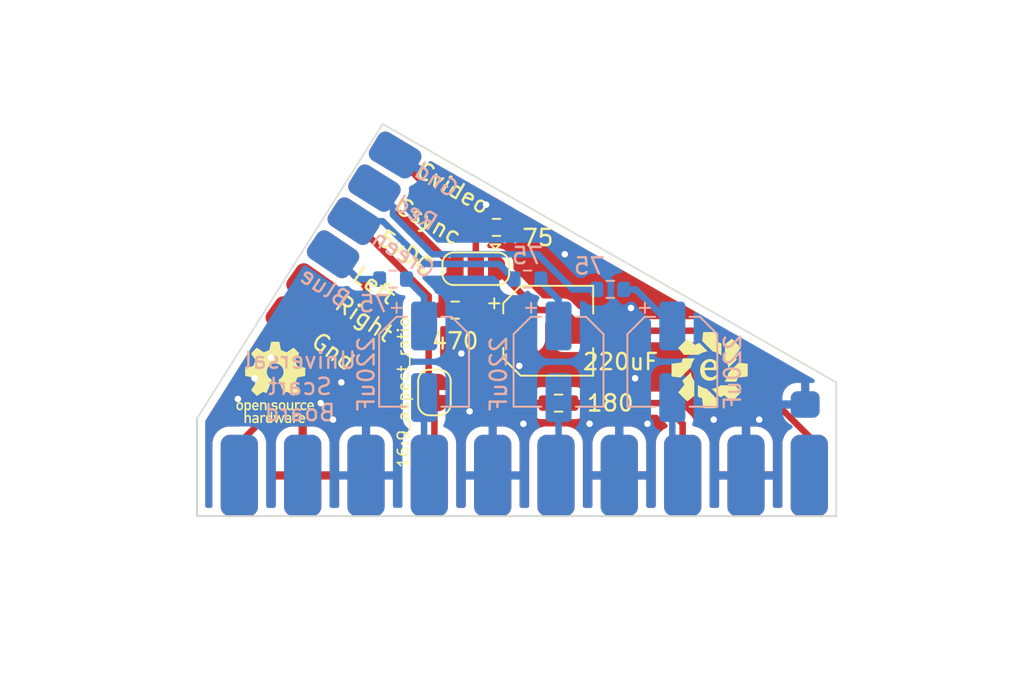
<source format=kicad_pcb>
(kicad_pcb (version 20211014) (generator pcbnew)
  (layers (0 "F.Cu" signal) (31 "B.Cu" signal) (34 "B.Paste" user) (35 "F.Paste" user) (36 "B.SilkS" user "B.Silkscreen") (37 "F.SilkS" user "F.Silkscreen") (38 "B.Mask" user) (39 "F.Mask" user) (44 "Edge.Cuts" user))
  (net 0 "")
  (net 1 "Net-(C1-Pad1)")
  (net 2 "Net-(C1-Pad2)")
  (net 3 "Net-(C2-Pad1)")
  (net 4 "Net-(C2-Pad2)")
  (net 5 "Net-(C3-Pad1)")
  (net 6 "Net-(C3-Pad2)")
  (net 7 "Net-(C4-Pad1)")
  (net 9 "Net-(J1-Pad2)")
  (net 11 "GND")
  (net 12 "Net-(J1-Pad6)")
  (net 16 "Blue")
  (net 17 "Green")
  (net 18 "Red")
  (net 19 "Net-(J1-Pad8)")
  (net 20 "Net-(J1-Pad16)")
  (net 21 "Net-(J2-Pad1)")
  (net 22 "Net-(C4-Pad2)")
  (net 23 "Net-(J4-Pad2)")
  (net 24 "Net-(J4-Pad3)")
  (footprint "Evan's misc parts:raw pad to splder to" (layer "F.Cu") (at 38.862 28.448 55)
    (fp_text reference "J12" hide)
    (fp_text value "Right" (at 0.260621 3.693471 326 unlocked) (layer "F.SilkS"))
    (pad "1" smd roundrect (at 0 0 55) (size 2 3) (layers "F.Cu" "F.Paste" "F.Mask") (net 9 "Net-(J1-Pad2)"))
  )
  (footprint "Evan's misc parts:edge mount SCART non-interleaved" (layer "F.Cu") (at 31.779 42.505)
    (fp_text reference "J1" hide)
    (fp_text value "SCART-F")
    (fp_line (start 0 0) (end 39.25 0) (layer "Edge.Cuts") (width 0.12))
    (fp_line (start 0 0) (end 0 -6) (layer "Edge.Cuts") (width 0.12))
    (fp_line (start 39.25 0) (end 39.25 -6) (layer "Edge.Cuts") (width 0.12))
    (pad "1" smd roundrect (at 2.6 -2.5) (size 2.286 5) (layers "B.Cu" "B.Paste" "B.Mask"))
    (pad "2" smd roundrect (at 2.6 -2.5) (size 2.286 5) (layers "F.Cu" "F.Paste" "F.Mask") (net 9 "Net-(J1-Pad2)"))
    (pad "3" smd roundrect (at 6.488 -2.5) (size 2.286 5) (layers "B.Cu" "B.Paste" "B.Mask"))
    (pad "4" smd roundrect (at 6.488 -2.5) (size 2.286 5) (layers "F.Cu" "F.Paste" "F.Mask") (net 11 "GND"))
    (pad "5" smd roundrect (at 10.376 -2.5) (size 2.286 5) (layers "B.Cu" "B.Paste" "B.Mask") (net 11 "GND"))
    (pad "6" smd roundrect (at 10.376 -2.5) (size 2.286 5) (layers "F.Cu" "F.Paste" "F.Mask") (net 12 "Net-(J1-Pad6)"))
    (pad "7" smd roundrect (at 14.264 -2.5) (size 2.286 5) (layers "B.Cu" "B.Paste" "B.Mask") (net 6 "Net-(C3-Pad2)"))
    (pad "8" smd roundrect (at 14.264 -2.5) (size 2.286 5) (layers "F.Cu" "F.Paste" "F.Mask") (net 19 "Net-(J1-Pad8)"))
    (pad "9" smd roundrect (at 18.152 -2.5) (size 2.286 5) (layers "B.Cu" "B.Paste" "B.Mask") (net 11 "GND"))
    (pad "10" smd roundrect (at 18.152 -2.5) (size 2.286 5) (layers "F.Cu" "F.Paste" "F.Mask"))
    (pad "11" smd roundrect (at 22.04 -2.5) (size 2.286 5) (layers "B.Cu" "B.Paste" "B.Mask") (net 4 "Net-(C2-Pad2)"))
    (pad "12" smd roundrect (at 22.04 -2.5) (size 2.286 5) (layers "F.Cu" "F.Paste" "F.Mask"))
    (pad "13" smd roundrect (at 25.928 -2.5) (size 2.286 5) (layers "B.Cu" "B.Paste" "B.Mask") (net 11 "GND"))
    (pad "14" smd roundrect (at 25.928 -2.5) (size 2.286 5) (layers "F.Cu" "F.Paste" "F.Mask") (net 11 "GND"))
    (pad "15" smd roundrect (at 29.816 -2.5) (size 2.286 5) (layers "B.Cu" "B.Paste" "B.Mask") (net 2 "Net-(C1-Pad2)"))
    (pad "16" smd roundrect (at 29.816 -2.5) (size 2.286 5) (layers "F.Cu" "F.Paste" "F.Mask") (net 20 "Net-(J1-Pad16)"))
    (pad "17" smd roundrect (at 33.704 -2.5) (size 2.286 5) (layers "B.Cu" "B.Paste" "B.Mask") (net 11 "GND"))
    (pad "18" smd roundrect (at 33.704 -2.5) (size 2.286 5) (layers "F.Cu" "F.Paste" "F.Mask") (net 11 "GND"))
    (pad "19" smd roundrect (at 37.592 -2.5) (size 2.286 5) (layers "B.Cu" "B.Paste" "B.Mask"))
    (pad "20" smd roundrect (at 37.592 -2.5) (size 2.286 5) (layers "F.Cu" "F.Paste" "F.Mask") (net 22 "Net-(C4-Pad2)"))
    (pad "21" smd roundrect (at 37.338 -6.858) (size 1.778 1.631) (layers "B.Cu" "B.Paste" "B.Mask") (net 11 "GND"))
  )
  (footprint "Resistor_SMD:R_0603_1608Metric" (layer "F.Cu") (at 50.165 24.765)
    (fp_text reference "R6" hide)
    (fp_text value "75" (at 2.54 0.635) (layer "F.SilkS"))
    (pad "1" smd roundrect locked (at -0.825 0) (size 0.8 0.95) (layers "F.Cu" "F.Paste" "F.Mask") (net 23 "Net-(J4-Pad2)"))
    (pad "2" smd roundrect locked (at 0.825 0) (size 0.8 0.95) (layers "F.Cu" "F.Paste" "F.Mask") (net 11 "GND"))
  )
  (footprint "Evan's misc parts:raw pad to splder to" (layer "F.Cu") (at 42.672 22.352 58)
    (fp_text reference "J8" hide)
    (fp_text value "Csync" (at 0.02656 3.877051 331 unlocked) (layer "F.SilkS"))
    (pad "1" smd roundrect (at 0 0 58) (size 2 3) (layers "F.Cu" "F.Paste" "F.Mask") (net 24 "Net-(J4-Pad3)"))
  )
  (footprint "Evan's misc parts:raw pad to splder to" (layer "F.Cu") (at 43.942 20.32 59)
    (fp_text reference "J7" hide)
    (fp_text value "Cvideo" (at 0.089711 4.094644 330 unlocked) (layer "F.SilkS"))
    (pad "1" smd roundrect (at 0 0 59) (size 2 3) (layers "F.Cu" "F.Paste" "F.Mask") (net 23 "Net-(J4-Pad2)"))
  )
  (footprint "Capacitor_SMD:CP_Elec_5x5.3" (layer "F.Cu") (at 53.34 31.115)
    (fp_text reference "C4" hide)
    (fp_text value "220uF" (at 4.445 1.905) (layer "F.SilkS"))
    (pad "1" smd roundrect locked (at -2.2 0) (size 3 1.6) (layers "F.Cu" "F.Paste" "F.Mask") (roundrect_rratio 0.15625) (net 7 "Net-(C4-Pad1)"))
    (pad "2" smd roundrect locked (at 2.2 0) (size 3 1.6) (layers "F.Cu" "F.Paste" "F.Mask") (roundrect_rratio 0.15625) (net 22 "Net-(C4-Pad2)"))
  )
  (footprint "Evan's misc parts:raw pad to splder to" (layer "F.Cu") (at 37.592 30.48 55)
    (fp_text reference "J13" hide)
    (fp_text value "Gnd" (at -0.1036 3.173309 -36 unlocked) (layer "F.SilkS"))
    (pad "1" smd roundrect (at 0 0 55) (size 2 3) (layers "F.Cu" "F.Paste" "F.Mask") (net 11 "GND"))
  )
  (footprint "Resistor_SMD:R_0603_1608Metric" (layer "F.Cu") (at 47.625 29.845 180)
    (fp_text reference "R5" hide)
    (fp_text value "470" (at 0 -1.905) (layer "F.SilkS"))
    (pad "1" smd roundrect locked (at -0.825 0 180) (size 0.8 0.95) (layers "F.Cu" "F.Paste" "F.Mask") (net 7 "Net-(C4-Pad1)"))
    (pad "2" smd roundrect locked (at 0.825 0 180) (size 0.8 0.95) (layers "F.Cu" "F.Paste" "F.Mask") (net 24 "Net-(J4-Pad3)"))
  )
  (footprint "Evan's misc parts:Evan Logo" (layer "F.Cu") (at 63.246 33.528)
    (fp_text reference "G***" hide)
    (fp_text value "LOGO" hide)
  )
  (footprint "Evan's misc parts:OSHW gear" (layer "F.Cu") (at 36.576 34.29)
    (fp_text reference "G***" hide)
    (fp_text value "LOGO" hide)
  )
  (footprint "Jumper:SolderJumper-3_P1.3mm_Open_RoundedPad1.0x1.5mm" (layer "F.Cu") (at 48.895 27.305 180)
    (fp_text reference "J4" hide)
    (fp_text value "composite pulldown")
    (pad "1" smd custom locked (at -1.3 0 180) (size 1 0.5) (layers "F.Cu" "F.Mask") (net 22 "Net-(C4-Pad2)") (options (clearance outline) (anchor rect)) (primitives (gr_circle (center 0 0.25) (end 0.5 0.25) (width 0) (fill yes)) (gr_circle (center 0 -0.25) (end 0.5 -0.25) (width 0) (fill yes)) (gr_poly (pts (xy 0.55 0.75) (xy 0 0.75) (xy 0 -0.75) (xy 0.55 -0.75)) (width 0) (fill yes))))
    (pad "2" smd rect locked (at 0 0 180) (size 1 1.5) (layers "F.Cu" "F.Mask") (net 23 "Net-(J4-Pad2)"))
    (pad "3" smd custom locked (at 1.3 0 180) (size 1 0.5) (layers "F.Cu" "F.Mask") (net 24 "Net-(J4-Pad3)") (options (clearance outline) (anchor rect)) (primitives (gr_circle (center 0 0.25) (end 0.5 0.25) (width 0) (fill yes)) (gr_circle (center 0 -0.25) (end 0.5 -0.25) (width 0) (fill yes)) (gr_poly (pts (xy 0 0.75) (xy -0.55 0.75) (xy -0.55 -0.75) (xy 0 -0.75)) (width 0) (fill yes))))
  )
  (footprint "Evan's misc parts:raw pad to splder to" (layer "F.Cu") (at 41.402 24.384 57)
    (fp_text reference "J5" hide)
    (fp_text value "5vDC" (at 0.131562 3.700316 327 unlocked) (layer "F.SilkS"))
    (pad "1" smd roundrect (at 0 0 57) (size 2 3) (layers "F.Cu" "F.Paste" "F.Mask") (net 21 "Net-(J2-Pad1)"))
  )
  (footprint "Resistor_SMD:R_0603_1608Metric" (layer "F.Cu") (at 53.975 35.56 180)
    (fp_text reference "R1" hide)
    (fp_text value "180" (at -3.175 0) (layer "F.SilkS"))
    (pad "1" smd roundrect locked (at -0.825 0 180) (size 0.8 0.95) (layers "F.Cu" "F.Paste" "F.Mask") (net 20 "Net-(J1-Pad16)"))
    (pad "2" smd roundrect locked (at 0.825 0 180) (size 0.8 0.95) (layers "F.Cu" "F.Paste" "F.Mask") (net 21 "Net-(J2-Pad1)"))
  )
  (footprint "Jumper:SolderJumper-2_P1.3mm_Bridged_RoundedPad1.0x1.5mm" (layer "F.Cu") (at 46.355 34.91 -90)
    (fp_text reference "J2" hide)
    (fp_text value "16:9_aspect_ratio" (at 0 1.9 90) (layer "F.SilkS") (effects (font (size 0.7 0.7) (thickness 0.1))))
    (fp_poly (pts (xy 0.25 -0.3) (xy -0.25 -0.3) (xy -0.25 0.3) (xy 0.25 0.3)) (layer "F.Cu") (width 0) (fill solid))
    (pad "1" smd custom locked (at -0.65 0 270) (size 1 0.5) (layers "F.Cu" "F.Mask") (net 21 "Net-(J2-Pad1)") (options (clearance outline) (anchor rect)) (primitives (gr_circle (center 0 0.25) (end 0.5 0.25) (width 0) (fill yes)) (gr_circle (center 0 -0.25) (end 0.5 -0.25) (width 0) (fill yes)) (gr_poly (pts (xy 0.5 0.75) (xy 0 0.75) (xy 0 -0.75) (xy 0.5 -0.75)) (width 0) (fill yes))))
    (pad "2" smd custom locked (at 0.65 0 270) (size 1 0.5) (layers "F.Cu" "F.Mask") (net 19 "Net-(J1-Pad8)") (options (clearance outline) (anchor rect)) (primitives (gr_circle (center 0 0.25) (end 0.5 0.25) (width 0) (fill yes)) (gr_circle (center 0 -0.25) (end 0.5 -0.25) (width 0) (fill yes)) (gr_poly (pts (xy 0 0.75) (xy -0.5 0.75) (xy -0.5 -0.75) (xy 0 -0.75)) (width 0) (fill yes))))
  )
  (footprint "Evan's misc parts:raw pad to splder to" (layer "F.Cu") (at 40.132 26.416 -124)
    (fp_text reference "J11" hide)
    (fp_text value "Left" (at 0.158967 -3.171018 -35 unlocked) (layer "F.SilkS"))
    (pad "1" smd roundrect (at 0 0 236) (size 2 3) (layers "F.Cu" "F.Paste" "F.Mask") (net 12 "Net-(J1-Pad6)"))
  )
  (footprint "Capacitor_SMD:CP_Elec_5x5.3" (layer "B.Cu") (at 60.96 33.02 -90)
    (fp_text reference "C1" hide)
    (fp_text value "220uF" (at 0.635 -3.7 90) (layer "B.SilkS") (effects (justify mirror)))
    (pad "1" smd roundrect locked (at -2.2 0 270) (size 3 1.6) (layers "B.Cu" "B.Paste" "B.Mask") (roundrect_rratio 0.15625) (net 1 "Net-(C1-Pad1)"))
    (pad "2" smd roundrect locked (at 2.2 0 270) (size 3 1.6) (layers "B.Cu" "B.Paste" "B.Mask") (roundrect_rratio 0.15625) (net 2 "Net-(C1-Pad2)"))
  )
  (footprint "Evan's misc parts:raw pad to splder to" (layer "B.Cu") (at 40.132 26.416 -124)
    (fp_text reference "J3" hide)
    (fp_text value "Blue" (at 1.968674 -0.715129 -33 unlocked) (layer "B.SilkS") (effects (justify mirror)))
    (pad "1" smd roundrect (at 0 0 236) (size 2 3) (layers "B.Cu" "B.Paste" "B.Mask") (net 16 "Blue"))
  )
  (footprint "Resistor_SMD:R_0603_1608Metric" (layer "B.Cu") (at 52.07 27.94)
    (fp_text reference "R3" hide)
    (fp_text value "75" (at 0 -1.43) (layer "B.SilkS") (effects (justify mirror)))
    (pad "1" smd roundrect locked (at -0.825 0) (size 0.8 0.95) (layers "B.Cu" "B.Paste" "B.Mask") (net 17 "Green"))
    (pad "2" smd roundrect locked (at 0.825 0) (size 0.8 0.95) (layers "B.Cu" "B.Paste" "B.Mask") (net 3 "Net-(C2-Pad1)"))
  )
  (footprint "Evan's misc parts:raw pad to splder to" (layer "B.Cu") (at 41.402 24.384 -123)
    (fp_text reference "J6" hide)
    (fp_text value "Green" (at 0.044119 -3.662974 -33 unlocked) (layer "B.SilkS") (effects (justify mirror)))
    (pad "1" smd roundrect (at 0 0 237) (size 2 3) (layers "B.Cu" "B.Paste" "B.Mask") (net 17 "Green"))
  )
  (footprint "Evan's misc parts:raw pad to splder to" (layer "B.Cu") (at 42.672 22.352 -122)
    (fp_text reference "J10" hide)
    (fp_text value "Red" (at -0.05357 -2.961639 -32 unlocked) (layer "B.SilkS") (effects (justify mirror)))
    (pad "1" smd roundrect (at 0 0 238) (size 2 3) (layers "B.Cu" "B.Paste" "B.Mask") (net 18 "Red"))
  )
  (footprint "Capacitor_SMD:CP_Elec_5x5.3" (layer "B.Cu") (at 53.975 33.02 -90)
    (fp_text reference "C2" hide)
    (fp_text value "220uF" (at 0.762 3.683 90) (layer "B.SilkS") (effects (justify mirror)))
    (pad "1" smd roundrect locked (at -2.2 0 270) (size 3 1.6) (layers "B.Cu" "B.Paste" "B.Mask") (roundrect_rratio 0.15625) (net 3 "Net-(C2-Pad1)"))
    (pad "2" smd roundrect locked (at 2.2 0 270) (size 3 1.6) (layers "B.Cu" "B.Paste" "B.Mask") (roundrect_rratio 0.15625) (net 4 "Net-(C2-Pad2)"))
  )
  (footprint "Resistor_SMD:R_0603_1608Metric" (layer "B.Cu") (at 57.15 28.575)
    (fp_text reference "R2" hide)
    (fp_text value "75" (at -1.27 -1.43) (layer "B.SilkS") (effects (justify mirror)))
    (pad "1" smd roundrect locked (at -0.825 0) (size 0.8 0.95) (layers "B.Cu" "B.Paste" "B.Mask") (net 18 "Red"))
    (pad "2" smd roundrect locked (at 0.825 0) (size 0.8 0.95) (layers "B.Cu" "B.Paste" "B.Mask") (net 1 "Net-(C1-Pad1)"))
  )
  (footprint "Evan's misc parts:raw pad to splder to" (layer "B.Cu") (at 43.942 20.32 -121)
    (fp_text reference "J14" hide)
    (fp_text value "Gnd" (at -0.001874 -2.962123 -31 unlocked) (layer "B.SilkS") (effects (justify mirror)))
    (pad "1" smd roundrect (at 0 0 239) (size 2 3) (layers "B.Cu" "B.Paste" "B.Mask") (net 11 "GND"))
  )
  (footprint "Resistor_SMD:R_0603_1608Metric" (layer "B.Cu") (at 43.815 27.94)
    (fp_text reference "R4" hide)
    (fp_text value "75" (at -1.143 1.524) (layer "B.SilkS") (effects (justify mirror)))
    (pad "1" smd roundrect locked (at -0.825 0) (size 0.8 0.95) (layers "B.Cu" "B.Paste" "B.Mask") (net 16 "Blue"))
    (pad "2" smd roundrect locked (at 0.825 0) (size 0.8 0.95) (layers "B.Cu" "B.Paste" "B.Mask") (net 5 "Net-(C3-Pad1)"))
  )
  (footprint "Capacitor_SMD:CP_Elec_5x5.3" (layer "B.Cu") (at 45.72 33.02 -90)
    (fp_text reference "C3" hide)
    (fp_text value "220uF" (at 0.762 3.556 90) (layer "B.SilkS") (effects (justify mirror)))
    (pad "1" smd roundrect locked (at -2.2 0 270) (size 3 1.6) (layers "B.Cu" "B.Paste" "B.Mask") (roundrect_rratio 0.15625) (net 5 "Net-(C3-Pad1)"))
    (pad "2" smd roundrect locked (at 2.2 0 270) (size 3 1.6) (layers "B.Cu" "B.Paste" "B.Mask") (roundrect_rratio 0.15625) (net 6 "Net-(C3-Pad2)"))
  )
  (gr_line (start 31.779 36.505) (end 43.18 18.415) (layer "Edge.Cuts") (width 0.1))
  (gr_line (start 71.029 36.505) (end 71.029 34.29) (layer "Edge.Cuts") (width 0.1))
  (gr_line (start 43.18 18.415) (end 71.029 34.29) (layer "Edge.Cuts") (width 0.1))
  (gr_text "Universal\nScart\nBoard" (at 38.1 34.544) (layer "B.SilkS") (effects (font (size 1 1)) (justify mirror)))
  (segment (start 58.715 28.575) (end 60.96 30.82) (width 0.4) (layer "B.Cu") (net 1))
  (segment (start 57.975 28.575) (end 58.715 28.575) (width 0.4) (layer "B.Cu") (net 1))
  (segment (start 60.96 35.22) (end 60.96 39.37) (width 0.4) (layer "B.Cu") (net 2))
  (segment (start 60.96 39.37) (end 61.595 40.005) (width 0.4) (layer "B.Cu") (net 2))
  (segment (start 52.895 28.13) (end 53.975 29.21) (width 0.4) (layer "B.Cu") (net 3))
  (segment (start 52.895 27.94) (end 52.895 28.13) (width 0.4) (layer "B.Cu") (net 3))
  (segment (start 53.975 29.21) (end 53.975 30.82) (width 0.4) (layer "B.Cu") (net 3))
  (segment (start 53.975 39.849) (end 53.819 40.005) (width 0.4) (layer "B.Cu") (net 4))
  (segment (start 53.975 35.22) (end 53.975 39.849) (width 0.4) (layer "B.Cu") (net 4))
  (segment (start 45.72 29.02) (end 44.64 27.94) (width 0.4) (layer "B.Cu") (net 5))
  (segment (start 45.72 30.82) (end 45.72 29.02) (width 0.4) (layer "B.Cu") (net 5))
  (segment (start 45.72 35.22) (end 45.72 39.682) (width 0.4) (layer "B.Cu") (net 6))
  (segment (start 45.72 39.682) (end 46.043 40.005) (width 0.4) (layer "B.Cu") (net 6))
  (segment (start 48.45 29.845) (end 48.45 30.035) (width 0.4) (layer "F.Cu") (net 7))
  (segment (start 49.53 31.115) (end 51.14 31.115) (width 0.4) (layer "F.Cu") (net 7))
  (segment (start 48.45 30.035) (end 49.53 31.115) (width 0.4) (layer "F.Cu") (net 7))
  (segment (start 34.379 38.011) (end 40.64 31.75) (width 0.4) (layer "F.Cu") (net 9))
  (segment (start 40.64 30.226) (end 38.862 28.448) (width 0.4) (layer "F.Cu") (net 9))
  (segment (start 40.64 31.75) (end 40.64 30.226) (width 0.4) (layer "F.Cu") (net 9))
  (segment (start 34.379 40.005) (end 34.379 38.011) (width 0.4) (layer "F.Cu") (net 9))
  (via (at 51.562 33.274) (size 0.8) (drill 0.4) (layers "F.Cu" "B.Cu") (net 11))
  (via (at 51.816 36.83) (size 0.8) (drill 0.4) (layers "F.Cu" "B.Cu") (net 11))
  (via (at 34.29 35.306) (size 0.8) (drill 0.4) (layers "F.Cu" "B.Cu") (net 11))
  (via (at 49.53 23.368) (size 0.8) (drill 0.4) (layers "F.Cu" "B.Cu") (net 11))
  (via (at 48.514 36.068) (size 0.8) (drill 0.4) (layers "F.Cu" "B.Cu") (net 11))
  (via (at 40.64 34.29) (size 0.8) (drill 0.4) (layers "F.Cu" "B.Cu") (net 11))
  (via (at 40.132 36.576) (size 0.8) (drill 0.4) (layers "F.Cu" "B.Cu") (net 11))
  (via (at 66.294 36.576) (size 0.8) (drill 0.4) (layers "F.Cu" "B.Cu") (net 11))
  (via (at 35.306 34.036) (size 0.8) (drill 0.4) (layers "F.Cu" "B.Cu") (net 11))
  (via (at 59.436 36.83) (size 0.8) (drill 0.4) (layers "F.Cu" "B.Cu") (net 11))
  (via (at 63.5 36.576) (size 0.8) (drill 0.4) (layers "F.Cu" "B.Cu") (net 11))
  (via (at 58.42 29.718) (size 0.8) (drill 0.4) (layers "F.Cu" "B.Cu") (net 11))
  (via (at 54.356 26.416) (size 0.8) (drill 0.4) (layers "F.Cu" "B.Cu") (net 11))
  (via (at 36.322 32.766) (size 0.8) (drill 0.4) (layers "F.Cu" "B.Cu") (net 11))
  (via (at 58.674 34.036) (size 0.8) (drill 0.4) (layers "F.Cu" "B.Cu") (net 11))
  (via (at 39.37 35.56) (size 0.8) (drill 0.4) (layers "F.Cu" "B.Cu") (net 11))
  (via (at 48.006 32.512) (size 0.8) (drill 0.4) (layers "F.Cu" "B.Cu") (net 11))
  (via (at 55.88 36.83) (size 0.8) (drill 0.4) (layers "F.Cu" "B.Cu") (net 11))
  (segment (start 57.17548 28.102631) (end 57.17548 29.098329) (width 0.4) (layer "B.Cu") (net 11))
  (segment (start 57.795151 29.718) (end 58.42 29.718) (width 0.4) (layer "B.Cu") (net 11))
  (segment (start 57.17548 29.098329) (end 57.795151 29.718) (width 0.4) (layer "B.Cu") (net 11))
  (segment (start 55.488849 26.416) (end 57.17548 28.102631) (width 0.4) (layer "B.Cu") (net 11))
  (segment (start 54.356 26.416) (end 55.488849 26.416) (width 0.4) (layer "B.Cu") (net 11))
  (segment (start 42.155 28.439) (end 40.132 26.416) (width 0.4) (layer "F.Cu") (net 12))
  (segment (start 42.155 40.005) (end 42.155 28.439) (width 0.4) (layer "F.Cu") (net 12))
  (segment (start 41.656 27.94) (end 40.132 26.416) (width 0.4) (layer "B.Cu") (net 16))
  (segment (start 42.99 27.94) (end 41.656 27.94) (width 0.4) (layer "B.Cu") (net 16))
  (segment (start 50.32052 27.01552) (end 45.81152 27.01552) (width 0.4) (layer "B.Cu") (net 17))
  (segment (start 45.81152 27.01552) (end 43.18 24.384) (width 0.4) (layer "B.Cu") (net 17))
  (segment (start 51.245 27.94) (end 50.32052 27.01552) (width 0.4) (layer "B.Cu") (net 17))
  (segment (start 43.18 24.384) (end 41.402 24.384) (width 0.4) (layer "B.Cu") (net 17))
  (segment (start 52.693849 26.416) (end 46.228 26.416) (width 0.4) (layer "B.Cu") (net 18))
  (segment (start 43.815 24.003) (end 43.815 23.495) (width 0.4) (layer "B.Cu") (net 18))
  (segment (start 43.815 23.495) (end 42.672 22.352) (width 0.4) (layer "B.Cu") (net 18))
  (segment (start 54.852849 28.575) (end 52.693849 26.416) (width 0.4) (layer "B.Cu") (net 18))
  (segment (start 46.228 26.416) (end 43.815 24.003) (width 0.4) (layer "B.Cu") (net 18))
  (segment (start 56.325 28.575) (end 54.852849 28.575) (width 0.4) (layer "B.Cu") (net 18))
  (segment (start 46.355 35.56) (end 46.355 39.693) (width 0.4) (layer "F.Cu") (net 19))
  (segment (start 46.355 39.693) (end 46.043 40.005) (width 0.4) (layer "F.Cu") (net 19))
  (segment (start 60.325 35.56) (end 61.595 36.83) (width 0.4) (layer "F.Cu") (net 20))
  (segment (start 54.8 35.56) (end 60.325 35.56) (width 0.4) (layer "F.Cu") (net 20))
  (segment (start 61.595 36.83) (end 61.595 40.005) (width 0.4) (layer "F.Cu") (net 20))
  (segment (start 46.00048 28.98248) (end 41.402 24.384) (width 0.4) (layer "F.Cu") (net 21))
  (segment (start 46.355 34.26) (end 46.00048 33.90548) (width 0.4) (layer "F.Cu") (net 21))
  (segment (start 49.5 34.26) (end 46.355 34.26) (width 0.4) (layer "F.Cu") (net 21))
  (segment (start 46.00048 33.90548) (end 46.00048 28.98248) (width 0.4) (layer "F.Cu") (net 21))
  (segment (start 53.15 35.56) (end 50.8 35.56) (width 0.4) (layer "F.Cu") (net 21))
  (segment (start 50.8 35.56) (end 49.5 34.26) (width 0.4) (layer "F.Cu") (net 21))
  (segment (start 69.371 37.621) (end 69.371 40.005) (width 0.4) (layer "F.Cu") (net 22))
  (segment (start 50.195 27.335) (end 52.705 29.845) (width 0.4) (layer "F.Cu") (net 22))
  (segment (start 52.705 29.845) (end 54.27 29.845) (width 0.4) (layer "F.Cu") (net 22))
  (segment (start 50.195 27.305) (end 50.195 27.335) (width 0.4) (layer "F.Cu") (net 22))
  (segment (start 55.54 31.115) (end 62.865 31.115) (width 0.4) (layer "F.Cu") (net 22))
  (segment (start 54.27 29.845) (end 55.54 31.115) (width 0.4) (layer "F.Cu") (net 22))
  (segment (start 62.865 31.115) (end 69.371 37.621) (width 0.4) (layer "F.Cu") (net 22))
  (segment (start 48.895 25.21) (end 49.34 24.765) (width 0.4) (layer "F.Cu") (net 23))
  (segment (start 48.387 24.765) (end 49.34 24.765) (width 0.4) (layer "F.Cu") (net 23))
  (segment (start 43.942 20.32) (end 48.387 24.765) (width 0.4) (layer "F.Cu") (net 23))
  (segment (start 48.895 27.305) (end 48.895 25.21) (width 0.4) (layer "F.Cu") (net 23))
  (segment (start 47.595 27.275) (end 47.595 27.305) (width 0.4) (layer "F.Cu") (net 24))
  (segment (start 46.8 28.1) (end 47.595 27.305) (width 0.4) (layer "F.Cu") (net 24))
  (segment (start 46.8 29.845) (end 46.8 28.1) (width 0.4) (layer "F.Cu") (net 24))
  (segment (start 42.672 22.352) (end 47.595 27.275) (width 0.4) (layer "F.Cu") (net 24))
  (zone (net 11) (net_name "GND") (layers F&B.Cu) (connect_pads (clearance 0.508)) (min_thickness 0.254) (fill yes (thermal_gap 0.508) (thermal_bridge_width 0.508))
    (polygon (pts (xy 76.835 12.065) (xy 82.55 51.435) (xy 22.86 52.705) (xy 23.495 10.795)))
  )
)
</source>
